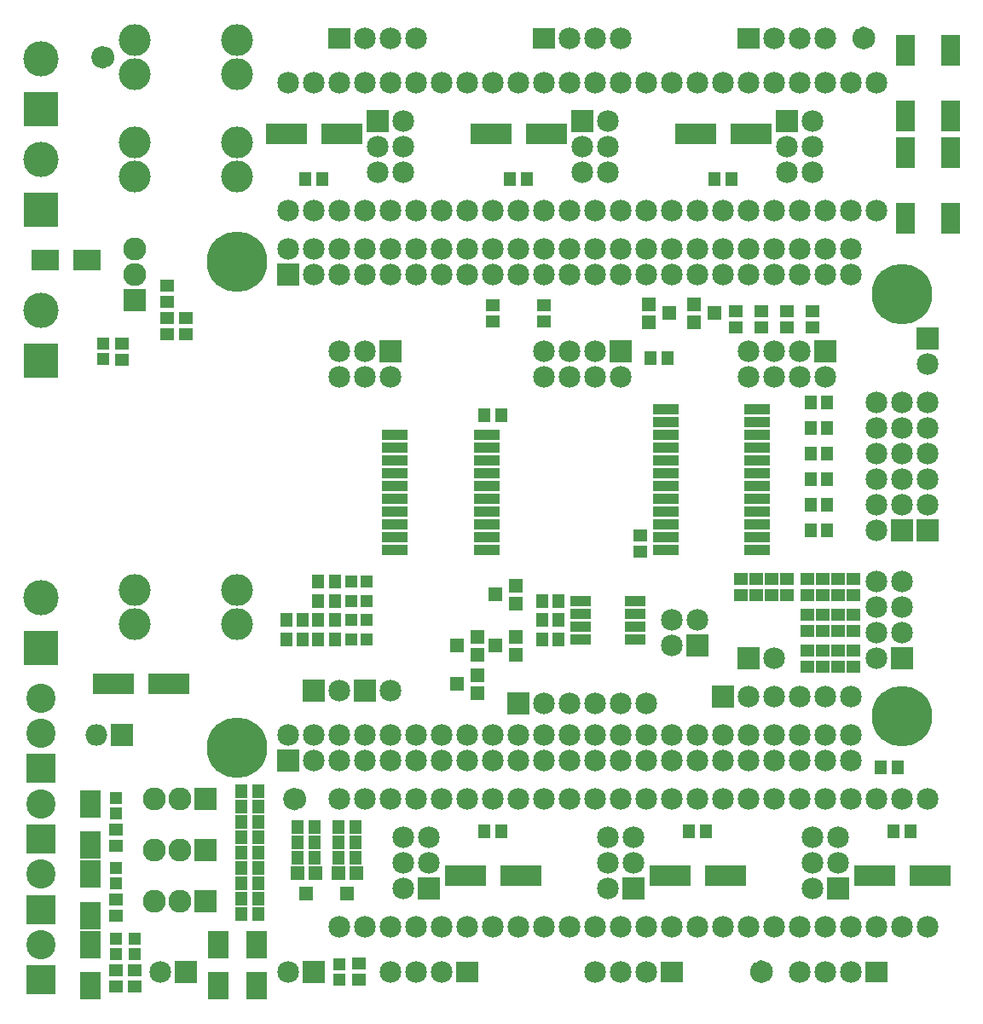
<source format=gts>
G04 (created by PCBNEW (2013-07-07 BZR 4022)-stable) date 6/13/2014 10:53:16 AM*
%MOIN*%
G04 Gerber Fmt 3.4, Leading zero omitted, Abs format*
%FSLAX34Y34*%
G01*
G70*
G90*
G04 APERTURE LIST*
%ADD10C,0.00590551*%
%ADD11C,0.03*%
%ADD12C,0.13811*%
%ADD13R,0.13811X0.13811*%
%ADD14R,0.085X0.085*%
%ADD15O,0.085X0.085*%
%ADD16C,0.124331*%
%ADD17C,0.08*%
%ADD18C,0.085*%
%ADD19R,0.1617X0.083*%
%ADD20C,0.09*%
%ADD21R,0.09X0.09*%
%ADD22R,0.085X0.08*%
%ADD23R,0.075X0.1184*%
%ADD24R,0.056X0.056*%
%ADD25C,0.114488*%
%ADD26R,0.114488X0.114488*%
%ADD27C,0.236535*%
%ADD28R,0.0566142X0.0511024*%
%ADD29R,0.0511024X0.0566142*%
%ADD30R,0.0514961X0.0514961*%
%ADD31R,0.0987402X0.043622*%
%ADD32R,0.0829921X0.043622*%
%ADD33R,0.0810236X0.106614*%
%ADD34R,0.106614X0.0810236*%
G04 APERTURE END LIST*
G54D10*
G54D11*
X10550Y44500D02*
G75*
G03X10550Y44500I-300J0D01*
G74*
G01*
X36300Y8750D02*
G75*
G03X36300Y8750I-300J0D01*
G74*
G01*
X18050Y15500D02*
G75*
G03X18050Y15500I-300J0D01*
G74*
G01*
X40300Y45250D02*
G75*
G03X40300Y45250I-300J0D01*
G74*
G01*
G54D12*
X7834Y34606D03*
G54D13*
X7834Y32637D03*
G54D14*
X11000Y18000D03*
G54D15*
X10000Y18000D03*
G54D16*
X11492Y43830D03*
X11492Y45169D03*
X15507Y43830D03*
X15507Y45169D03*
G54D17*
X10250Y44500D03*
X36000Y8750D03*
G54D14*
X18500Y19750D03*
G54D18*
X19500Y19750D03*
G54D14*
X20500Y19750D03*
G54D18*
X21500Y19750D03*
G54D14*
X35500Y21000D03*
G54D18*
X36500Y21000D03*
G54D19*
X26583Y12500D03*
X24417Y12500D03*
X10667Y20000D03*
X12833Y20000D03*
X34583Y12500D03*
X32417Y12500D03*
X33417Y41500D03*
X35583Y41500D03*
X25417Y41500D03*
X27583Y41500D03*
X17417Y41500D03*
X19583Y41500D03*
G54D20*
X11500Y36000D03*
X11500Y37000D03*
G54D21*
X11500Y35000D03*
G54D20*
X13250Y13500D03*
X12250Y13500D03*
G54D21*
X14250Y13500D03*
G54D20*
X13250Y11500D03*
X12250Y11500D03*
G54D21*
X14250Y11500D03*
G54D20*
X13250Y15500D03*
X12250Y15500D03*
G54D21*
X14250Y15500D03*
G54D22*
X19500Y45250D03*
G54D18*
X20500Y45250D03*
X21500Y45250D03*
X22500Y45250D03*
G54D22*
X27500Y45250D03*
G54D18*
X28500Y45250D03*
X29500Y45250D03*
X30500Y45250D03*
G54D22*
X35500Y45250D03*
G54D18*
X36500Y45250D03*
X37500Y45250D03*
X38500Y45250D03*
G54D22*
X40500Y8750D03*
G54D18*
X39500Y8750D03*
X38500Y8750D03*
X37500Y8750D03*
G54D23*
X41614Y40779D03*
X43386Y40779D03*
X41614Y38220D03*
X43386Y38220D03*
G54D22*
X32500Y8750D03*
G54D18*
X31500Y8750D03*
X30500Y8750D03*
X29500Y8750D03*
G54D22*
X24500Y8750D03*
G54D18*
X23500Y8750D03*
X22500Y8750D03*
X21500Y8750D03*
G54D19*
X42583Y12500D03*
X40417Y12500D03*
G54D24*
X19450Y12600D03*
X20150Y12600D03*
X19800Y11800D03*
X17850Y12600D03*
X18550Y12600D03*
X18200Y11800D03*
G54D14*
X18500Y8750D03*
G54D18*
X17500Y8750D03*
G54D14*
X13500Y8750D03*
G54D18*
X12500Y8750D03*
G54D14*
X42500Y33500D03*
G54D18*
X42500Y32500D03*
G54D14*
X42500Y26000D03*
G54D18*
X42500Y27000D03*
X42500Y28000D03*
X42500Y29000D03*
X42500Y30000D03*
X42500Y31000D03*
G54D14*
X41500Y26000D03*
G54D18*
X40500Y26000D03*
X41500Y27000D03*
X40500Y27000D03*
X41500Y28000D03*
X40500Y28000D03*
X41500Y29000D03*
X40500Y29000D03*
X41500Y30000D03*
X40500Y30000D03*
X41500Y31000D03*
X40500Y31000D03*
G54D24*
X26400Y23850D03*
X26400Y23150D03*
X25600Y23500D03*
G54D23*
X41614Y44779D03*
X43386Y44779D03*
X41614Y42220D03*
X43386Y42220D03*
G54D24*
X24900Y20350D03*
X24900Y19650D03*
X24100Y20000D03*
X26400Y21850D03*
X26400Y21150D03*
X25600Y21500D03*
G54D14*
X26500Y19250D03*
G54D18*
X27500Y19250D03*
X28500Y19250D03*
X29500Y19250D03*
X30500Y19250D03*
X31500Y19250D03*
G54D14*
X34500Y19500D03*
G54D18*
X35500Y19500D03*
X36500Y19500D03*
X37500Y19500D03*
X38500Y19500D03*
X39500Y19500D03*
G54D24*
X33350Y34150D03*
X33350Y34850D03*
X34150Y34500D03*
X31600Y34150D03*
X31600Y34850D03*
X32400Y34500D03*
G54D14*
X17500Y17000D03*
G54D18*
X17500Y18000D03*
X18500Y17000D03*
X18500Y18000D03*
X19500Y17000D03*
X19500Y18000D03*
X20500Y17000D03*
X20500Y18000D03*
X21500Y17000D03*
X21500Y18000D03*
X22500Y17000D03*
X22500Y18000D03*
X23500Y17000D03*
X23500Y18000D03*
X24500Y17000D03*
X24500Y18000D03*
X25500Y17000D03*
X25500Y18000D03*
X26500Y17000D03*
X26500Y18000D03*
X27500Y17000D03*
X27500Y18000D03*
X28500Y17000D03*
X28500Y18000D03*
X29500Y17000D03*
X29500Y18000D03*
X30500Y17000D03*
X30500Y18000D03*
X31500Y17000D03*
X31500Y18000D03*
X32500Y17000D03*
X32500Y18000D03*
X33500Y17000D03*
X33500Y18000D03*
X34500Y17000D03*
X34500Y18000D03*
X35500Y17000D03*
X35500Y18000D03*
X36500Y17000D03*
X36500Y18000D03*
X37500Y17000D03*
X37500Y18000D03*
X38500Y17000D03*
X38500Y18000D03*
X39500Y17000D03*
X39500Y18000D03*
G54D14*
X17500Y36000D03*
G54D18*
X17500Y37000D03*
X18500Y36000D03*
X18500Y37000D03*
X19500Y36000D03*
X19500Y37000D03*
X20500Y36000D03*
X20500Y37000D03*
X21500Y36000D03*
X21500Y37000D03*
X22500Y36000D03*
X22500Y37000D03*
X23500Y36000D03*
X23500Y37000D03*
X24500Y36000D03*
X24500Y37000D03*
X25500Y36000D03*
X25500Y37000D03*
X26500Y36000D03*
X26500Y37000D03*
X27500Y36000D03*
X27500Y37000D03*
X28500Y36000D03*
X28500Y37000D03*
X29500Y36000D03*
X29500Y37000D03*
X30500Y36000D03*
X30500Y37000D03*
X31500Y36000D03*
X31500Y37000D03*
X32500Y36000D03*
X32500Y37000D03*
X33500Y36000D03*
X33500Y37000D03*
X34500Y36000D03*
X34500Y37000D03*
X35500Y36000D03*
X35500Y37000D03*
X36500Y36000D03*
X36500Y37000D03*
X37500Y36000D03*
X37500Y37000D03*
X38500Y36000D03*
X38500Y37000D03*
X39500Y36000D03*
X39500Y37000D03*
X26500Y15500D03*
X25500Y15500D03*
X24500Y15500D03*
X23500Y15500D03*
X22500Y15500D03*
X21500Y15500D03*
X20500Y15500D03*
X19500Y15500D03*
X19500Y10500D03*
X20500Y10500D03*
X21500Y10500D03*
X22500Y10500D03*
X23500Y10500D03*
X24500Y10500D03*
X25500Y10500D03*
X26500Y10500D03*
X34500Y15500D03*
X33500Y15500D03*
X32500Y15500D03*
X31500Y15500D03*
X30500Y15500D03*
X29500Y15500D03*
X28500Y15500D03*
X27500Y15500D03*
X27500Y10500D03*
X28500Y10500D03*
X29500Y10500D03*
X30500Y10500D03*
X31500Y10500D03*
X32500Y10500D03*
X33500Y10500D03*
X34500Y10500D03*
X42500Y15500D03*
X41500Y15500D03*
X40500Y15500D03*
X39500Y15500D03*
X38500Y15500D03*
X37500Y15500D03*
X36500Y15500D03*
X35500Y15500D03*
X35500Y10500D03*
X36500Y10500D03*
X37500Y10500D03*
X38500Y10500D03*
X39500Y10500D03*
X40500Y10500D03*
X41500Y10500D03*
X42500Y10500D03*
X33500Y38500D03*
X34500Y38500D03*
X35500Y38500D03*
X36500Y38500D03*
X37500Y38500D03*
X38500Y38500D03*
X39500Y38500D03*
X40500Y38500D03*
X40500Y43500D03*
X39500Y43500D03*
X38500Y43500D03*
X37500Y43500D03*
X36500Y43500D03*
X35500Y43500D03*
X34500Y43500D03*
X33500Y43500D03*
X25500Y38500D03*
X26500Y38500D03*
X27500Y38500D03*
X28500Y38500D03*
X29500Y38500D03*
X30500Y38500D03*
X31500Y38500D03*
X32500Y38500D03*
X32500Y43500D03*
X31500Y43500D03*
X30500Y43500D03*
X29500Y43500D03*
X28500Y43500D03*
X27500Y43500D03*
X26500Y43500D03*
X25500Y43500D03*
X17500Y38500D03*
X18500Y38500D03*
X19500Y38500D03*
X20500Y38500D03*
X21500Y38500D03*
X22500Y38500D03*
X23500Y38500D03*
X24500Y38500D03*
X24500Y43500D03*
X23500Y43500D03*
X22500Y43500D03*
X21500Y43500D03*
X20500Y43500D03*
X19500Y43500D03*
X18500Y43500D03*
X17500Y43500D03*
G54D12*
X7834Y23385D03*
G54D13*
X7834Y21417D03*
G54D12*
X7834Y44448D03*
G54D13*
X7834Y42480D03*
G54D12*
X7834Y40511D03*
G54D13*
X7834Y38543D03*
G54D25*
X7834Y15314D03*
G54D26*
X7834Y13937D03*
G54D25*
X7834Y9803D03*
G54D26*
X7834Y8425D03*
G54D25*
X7834Y12559D03*
G54D26*
X7834Y11181D03*
G54D25*
X7834Y18070D03*
G54D26*
X7834Y16692D03*
G54D25*
X7834Y19448D03*
G54D27*
X41500Y18750D03*
X15500Y17500D03*
X15500Y36500D03*
X41500Y35250D03*
G54D28*
X13500Y33677D03*
X13500Y34322D03*
X25500Y34177D03*
X25500Y34822D03*
G54D29*
X40677Y16750D03*
X41322Y16750D03*
G54D28*
X27500Y34822D03*
X27500Y34177D03*
G54D29*
X16322Y12200D03*
X15677Y12200D03*
X16322Y14000D03*
X15677Y14000D03*
X16322Y15800D03*
X15677Y15800D03*
X17877Y14400D03*
X18522Y14400D03*
X19477Y14400D03*
X20122Y14400D03*
X17427Y22500D03*
X18072Y22500D03*
X38572Y26000D03*
X37927Y26000D03*
X38572Y27000D03*
X37927Y27000D03*
X38572Y28000D03*
X37927Y28000D03*
X38572Y29000D03*
X37927Y29000D03*
X38572Y30000D03*
X37927Y30000D03*
X38572Y31000D03*
X37927Y31000D03*
G54D28*
X38000Y34572D03*
X38000Y33927D03*
X37000Y34572D03*
X37000Y33927D03*
X36000Y34572D03*
X36000Y33927D03*
X35000Y34572D03*
X35000Y33927D03*
G54D29*
X31677Y32750D03*
X32322Y32750D03*
X18677Y22500D03*
X19322Y22500D03*
X18677Y24000D03*
X19322Y24000D03*
X20122Y13800D03*
X19477Y13800D03*
X18522Y13800D03*
X17877Y13800D03*
X15677Y13400D03*
X16322Y13400D03*
X15677Y15200D03*
X16322Y15200D03*
X15677Y11600D03*
X16322Y11600D03*
G54D28*
X12750Y34322D03*
X12750Y33677D03*
X11500Y8177D03*
X11500Y8822D03*
X20250Y9072D03*
X20250Y8427D03*
G54D29*
X18677Y21750D03*
X19322Y21750D03*
G54D28*
X39000Y24122D03*
X39000Y23477D03*
X36400Y23477D03*
X36400Y24122D03*
X39000Y22722D03*
X39000Y22077D03*
X39000Y21322D03*
X39000Y20677D03*
X39600Y21322D03*
X39600Y20677D03*
X10750Y13677D03*
X10750Y14322D03*
G54D29*
X17427Y21750D03*
X18072Y21750D03*
G54D28*
X11000Y32677D03*
X11000Y33322D03*
X10750Y10927D03*
X10750Y11572D03*
X10750Y8177D03*
X10750Y8822D03*
X37000Y23477D03*
X37000Y24122D03*
X39600Y23477D03*
X39600Y24122D03*
X39600Y22722D03*
X39600Y22077D03*
G54D29*
X18677Y23250D03*
X19322Y23250D03*
X34822Y39750D03*
X34177Y39750D03*
X18822Y39750D03*
X18177Y39750D03*
X26822Y39750D03*
X26177Y39750D03*
X41177Y14250D03*
X41822Y14250D03*
X33177Y14250D03*
X33822Y14250D03*
X25177Y14250D03*
X25822Y14250D03*
X27427Y22500D03*
X28072Y22500D03*
X27427Y23250D03*
X28072Y23250D03*
G54D30*
X20545Y22500D03*
X19954Y22500D03*
X20545Y24000D03*
X19954Y24000D03*
X20545Y21750D03*
X19954Y21750D03*
X11500Y10045D03*
X11500Y9454D03*
X19500Y9045D03*
X19500Y8454D03*
X10250Y33295D03*
X10250Y32704D03*
X10750Y10045D03*
X10750Y9454D03*
X10750Y15545D03*
X10750Y14954D03*
X10750Y12795D03*
X10750Y12204D03*
X20545Y23250D03*
X19954Y23250D03*
G54D28*
X31250Y25177D03*
X31250Y25822D03*
X38400Y21322D03*
X38400Y20677D03*
X38400Y22722D03*
X38400Y22077D03*
X35800Y23477D03*
X35800Y24122D03*
X38400Y24122D03*
X38400Y23477D03*
G54D29*
X25822Y30500D03*
X25177Y30500D03*
X28072Y21750D03*
X27427Y21750D03*
G54D28*
X35200Y23477D03*
X35200Y24122D03*
X37800Y22722D03*
X37800Y22077D03*
X37800Y24122D03*
X37800Y23477D03*
X37800Y21322D03*
X37800Y20677D03*
G54D31*
X21669Y29750D03*
X21669Y29250D03*
X21669Y28750D03*
X21669Y28250D03*
X21669Y27750D03*
X21669Y27250D03*
X21669Y26750D03*
X21669Y26250D03*
X21669Y25750D03*
X21669Y25250D03*
X25250Y25250D03*
X25250Y25750D03*
X25250Y26250D03*
X25250Y26750D03*
X25250Y27250D03*
X25250Y27750D03*
X25250Y28250D03*
X25250Y28750D03*
X25250Y29250D03*
X25250Y29750D03*
X35830Y25250D03*
X35830Y25750D03*
X35830Y26250D03*
X35830Y26750D03*
X35830Y27250D03*
X35830Y27750D03*
X35830Y28250D03*
X35830Y28750D03*
X35830Y29250D03*
X35830Y29750D03*
X35830Y30250D03*
X35830Y30750D03*
X32250Y30750D03*
X32250Y30250D03*
X32250Y29750D03*
X32250Y29250D03*
X32250Y28750D03*
X32250Y28250D03*
X32250Y27750D03*
X32250Y27250D03*
X32250Y26750D03*
X32250Y26250D03*
X32250Y25750D03*
X32250Y25250D03*
G54D32*
X31062Y21750D03*
X31062Y22250D03*
X31062Y22750D03*
X31062Y23250D03*
X28937Y23250D03*
X28937Y22750D03*
X28937Y22250D03*
X28937Y21750D03*
G54D14*
X38500Y33000D03*
G54D18*
X38500Y32000D03*
X37500Y33000D03*
X37500Y32000D03*
X36500Y33000D03*
X36500Y32000D03*
X35500Y33000D03*
X35500Y32000D03*
G54D14*
X30500Y33000D03*
G54D18*
X30500Y32000D03*
X29500Y33000D03*
X29500Y32000D03*
X28500Y33000D03*
X28500Y32000D03*
X27500Y33000D03*
X27500Y32000D03*
G54D14*
X41500Y21000D03*
G54D18*
X40500Y21000D03*
X41500Y22000D03*
X40500Y22000D03*
X41500Y23000D03*
X40500Y23000D03*
X41500Y24000D03*
X40500Y24000D03*
G54D14*
X31000Y12000D03*
G54D18*
X30000Y12000D03*
X31000Y13000D03*
X30000Y13000D03*
X31000Y14000D03*
X30000Y14000D03*
G54D14*
X39000Y12000D03*
G54D18*
X38000Y12000D03*
X39000Y13000D03*
X38000Y13000D03*
X39000Y14000D03*
X38000Y14000D03*
G54D14*
X23000Y12000D03*
G54D18*
X22000Y12000D03*
X23000Y13000D03*
X22000Y13000D03*
X23000Y14000D03*
X22000Y14000D03*
G54D14*
X37000Y42000D03*
G54D18*
X38000Y42000D03*
X37000Y41000D03*
X38000Y41000D03*
X37000Y40000D03*
X38000Y40000D03*
G54D14*
X29000Y42000D03*
G54D18*
X30000Y42000D03*
X29000Y41000D03*
X30000Y41000D03*
X29000Y40000D03*
X30000Y40000D03*
G54D14*
X21000Y42000D03*
G54D18*
X22000Y42000D03*
X21000Y41000D03*
X22000Y41000D03*
X21000Y40000D03*
X22000Y40000D03*
G54D14*
X21500Y33000D03*
G54D18*
X21500Y32000D03*
X20500Y33000D03*
X20500Y32000D03*
X19500Y33000D03*
X19500Y32000D03*
G54D14*
X33500Y21500D03*
G54D18*
X32500Y21500D03*
X33500Y22500D03*
X32500Y22500D03*
G54D16*
X11492Y22330D03*
X11492Y23669D03*
X15507Y22330D03*
X15507Y23669D03*
X11492Y39830D03*
X11492Y41169D03*
X15507Y39830D03*
X15507Y41169D03*
G54D29*
X15677Y11000D03*
X16322Y11000D03*
X15677Y12800D03*
X16322Y12800D03*
X15677Y14600D03*
X16322Y14600D03*
G54D28*
X12750Y35572D03*
X12750Y34927D03*
G54D29*
X19477Y13200D03*
X20122Y13200D03*
X17877Y13200D03*
X18522Y13200D03*
G54D17*
X17750Y15500D03*
X40000Y45250D03*
G54D24*
X24900Y21850D03*
X24900Y21150D03*
X24100Y21500D03*
G54D33*
X14750Y8192D03*
X14750Y9807D03*
X16250Y8192D03*
X16250Y9807D03*
X9750Y13692D03*
X9750Y15307D03*
X9750Y10942D03*
X9750Y12557D03*
G54D34*
X8011Y36574D03*
X9625Y36574D03*
G54D33*
X9750Y8192D03*
X9750Y9807D03*
M02*

</source>
